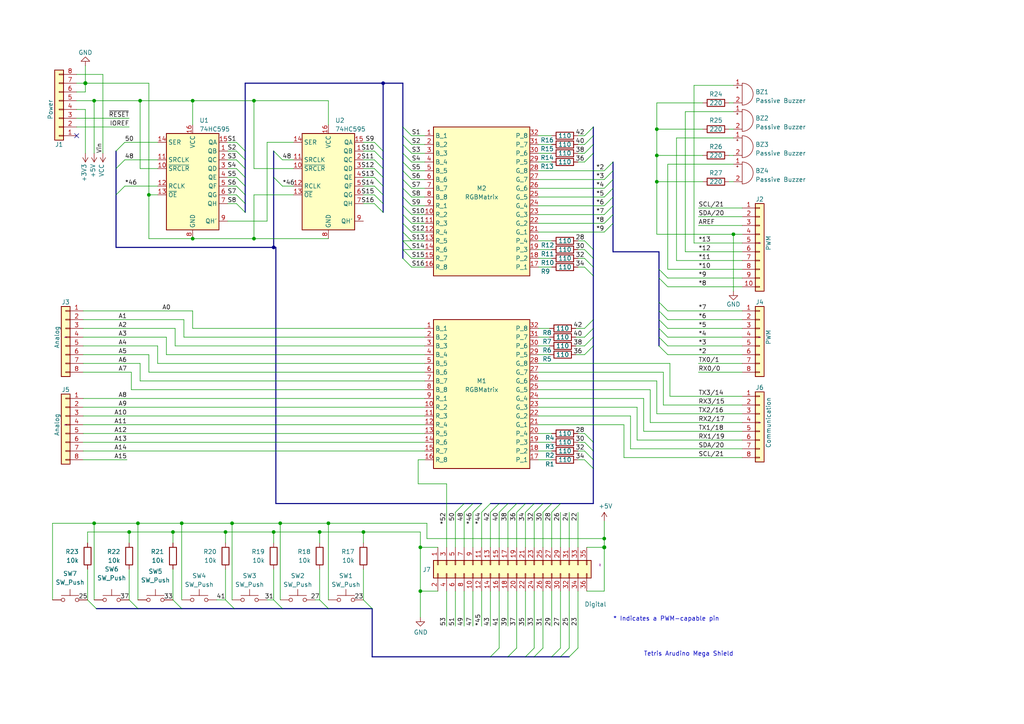
<source format=kicad_sch>
(kicad_sch (version 20230121) (generator eeschema)
  (paper "A4")
  (title_block (date "2023-05-02"))
  (junction (at 55.88 29.21))
  (junction (at 190.5 37.465))
  (junction (at 79.375 71.755))
  (junction (at 40.64 29.21))
  (junction (at 95.25 151.765))
  (junction (at 121.92 158.75))
  (junction (at 73.66 29.21))
  (junction (at 24.765 24.13) (diameter 1.016))
  (junction (at 121.92 171.45))
  (junction (at 79.375 154.305))
  (junction (at 65.405 154.305))
  (junction (at 190.5 45.085))
  (junction (at 37.465 154.305))
  (junction (at 52.705 151.765))
  (junction (at 27.305 151.765))
  (junction (at 111.125 24.13))
  (junction (at 92.71 154.305))
  (junction (at 27.305 29.21))
  (junction (at 105.41 154.305))
  (junction (at 50.165 154.305))
  (junction (at 175.26 156.21))
  (junction (at 212.725 67.945))
  (junction (at 40.005 151.765))
  (junction (at 43.18 56.515))
  (junction (at 190.5 52.705))
  (junction (at 73.66 69.215))
  (junction (at 67.31 151.765))
  (junction (at 175.26 158.75) (diameter 1.016))
  (junction (at 55.88 69.215))
  (junction (at 81.28 151.765))
  (no_connect (at 22.225 39.37))
  (bus_entry (at 79.375 173.99) (size 2.54 2.54))
  (bus_entry (at 175.26 67.31) (size 2.54 -2.54))
  (bus_entry (at 108.585 46.355) (size 2.54 2.54))
  (bus_entry (at 193.675 97.79) (size -2.54 -2.54))
  (bus_entry (at 116.84 44.45) (size 2.54 2.54))
  (bus_entry (at 92.71 173.99) (size 2.54 2.54))
  (bus_entry (at 144.78 146.05) (size -2.54 2.54))
  (bus_entry (at 119.38 49.53) (size -2.54 -2.54))
  (bus_entry (at 105.41 173.99) (size 2.54 2.54))
  (bus_entry (at 169.545 128.27) (size 2.54 2.54))
  (bus_entry (at 134.62 146.05) (size -2.54 2.54))
  (bus_entry (at 119.38 44.45) (size -2.54 -2.54))
  (bus_entry (at 149.86 187.96) (size -2.54 2.54))
  (bus_entry (at 142.24 146.05) (size -2.54 2.54))
  (bus_entry (at 193.675 95.25) (size -2.54 -2.54))
  (bus_entry (at 162.56 146.05) (size -2.54 2.54))
  (bus_entry (at 169.545 77.47) (size 2.54 2.54))
  (bus_entry (at 68.58 51.435) (size 2.54 2.54))
  (bus_entry (at 137.16 146.05) (size -2.54 2.54))
  (bus_entry (at 169.545 97.79) (size 2.54 -2.54))
  (bus_entry (at 175.26 54.61) (size 2.54 -2.54))
  (bus_entry (at 193.675 83.185) (size -2.54 -2.54))
  (bus_entry (at 119.38 54.61) (size -2.54 -2.54))
  (bus_entry (at 33.655 48.895) (size 2.54 -2.54))
  (bus_entry (at 167.64 187.96) (size -2.54 2.54))
  (bus_entry (at 37.465 173.99) (size 2.54 2.54))
  (bus_entry (at 169.545 69.85) (size 2.54 2.54))
  (bus_entry (at 169.545 100.33) (size 2.54 -2.54))
  (bus_entry (at 108.585 41.275) (size 2.54 2.54))
  (bus_entry (at 65.405 173.99) (size 2.54 2.54))
  (bus_entry (at 193.675 90.17) (size -2.54 -2.54))
  (bus_entry (at 169.545 95.25) (size 2.54 -2.54))
  (bus_entry (at 68.58 43.815) (size 2.54 2.54))
  (bus_entry (at 119.38 41.91) (size -2.54 -2.54))
  (bus_entry (at 157.48 146.05) (size -2.54 2.54))
  (bus_entry (at 119.38 59.69) (size -2.54 -2.54))
  (bus_entry (at 175.26 57.15) (size 2.54 -2.54))
  (bus_entry (at 154.94 146.05) (size -2.54 2.54))
  (bus_entry (at 116.84 69.85) (size 2.54 2.54))
  (bus_entry (at 149.86 146.05) (size -2.54 2.54))
  (bus_entry (at 160.02 146.05) (size -2.54 2.54))
  (bus_entry (at 108.585 53.975) (size 2.54 2.54))
  (bus_entry (at 119.38 52.07) (size -2.54 -2.54))
  (bus_entry (at 193.675 92.71) (size -2.54 -2.54))
  (bus_entry (at 165.1 187.96) (size -2.54 2.54))
  (bus_entry (at 108.585 51.435) (size 2.54 2.54))
  (bus_entry (at 162.56 187.96) (size -2.54 2.54))
  (bus_entry (at 193.675 102.87) (size -2.54 -2.54))
  (bus_entry (at 33.655 43.815) (size 2.54 -2.54))
  (bus_entry (at 175.26 52.07) (size 2.54 -2.54))
  (bus_entry (at 152.4 146.05) (size -2.54 2.54))
  (bus_entry (at 68.58 46.355) (size 2.54 2.54))
  (bus_entry (at 108.585 43.815) (size 2.54 2.54))
  (bus_entry (at 116.84 72.39) (size 2.54 2.54))
  (bus_entry (at 175.26 64.77) (size 2.54 -2.54))
  (bus_entry (at 119.38 67.31) (size -2.54 -2.54))
  (bus_entry (at 108.585 56.515) (size 2.54 2.54))
  (bus_entry (at 169.545 125.73) (size 2.54 2.54))
  (bus_entry (at 169.545 133.35) (size 2.54 2.54))
  (bus_entry (at 68.58 53.975) (size 2.54 2.54))
  (bus_entry (at 175.26 59.69) (size 2.54 -2.54))
  (bus_entry (at 68.58 48.895) (size 2.54 2.54))
  (bus_entry (at 193.675 80.645) (size -2.54 -2.54))
  (bus_entry (at 108.585 48.895) (size 2.54 2.54))
  (bus_entry (at 154.94 187.96) (size -2.54 2.54))
  (bus_entry (at 147.32 146.05) (size -2.54 2.54))
  (bus_entry (at 119.38 39.37) (size -2.54 -2.54))
  (bus_entry (at 68.58 56.515) (size 2.54 2.54))
  (bus_entry (at 175.26 49.53) (size 2.54 -2.54))
  (bus_entry (at 157.48 187.96) (size -2.54 2.54))
  (bus_entry (at 68.58 41.275) (size 2.54 2.54))
  (bus_entry (at 169.545 102.87) (size 2.54 -2.54))
  (bus_entry (at 139.7 146.05) (size -2.54 2.54))
  (bus_entry (at 169.545 41.91) (size 2.54 -2.54))
  (bus_entry (at 81.915 46.355) (size -2.54 -2.54))
  (bus_entry (at 169.545 44.45) (size 2.54 -2.54))
  (bus_entry (at 81.915 53.975) (size -2.54 -2.54))
  (bus_entry (at 169.545 72.39) (size 2.54 2.54))
  (bus_entry (at 144.78 187.96) (size -2.54 2.54))
  (bus_entry (at 116.84 74.93) (size 2.54 2.54))
  (bus_entry (at 68.58 59.055) (size 2.54 2.54))
  (bus_entry (at 119.38 57.15) (size -2.54 -2.54))
  (bus_entry (at 169.545 46.99) (size 2.54 -2.54))
  (bus_entry (at 119.38 62.23) (size -2.54 -2.54))
  (bus_entry (at 33.655 56.515) (size 2.54 -2.54))
  (bus_entry (at 116.84 67.31) (size 2.54 2.54))
  (bus_entry (at 119.38 64.77) (size -2.54 -2.54))
  (bus_entry (at 50.165 173.99) (size 2.54 2.54))
  (bus_entry (at 25.4 173.99) (size 2.54 2.54))
  (bus_entry (at 108.585 59.055) (size 2.54 2.54))
  (bus_entry (at 193.675 100.33) (size -2.54 -2.54))
  (bus_entry (at 169.545 39.37) (size 2.54 -2.54))
  (bus_entry (at 169.545 130.81) (size 2.54 2.54))
  (bus_entry (at 175.26 62.23) (size 2.54 -2.54))
  (bus_entry (at 169.545 74.93) (size 2.54 2.54))
  (wire (pts (xy 81.28 151.765) (xy 95.25 151.765)))
  (wire (pts (xy 215.265 107.95) (xy 202.565 107.95)))
  (wire (pts (xy 36.195 53.975) (xy 45.72 53.975)))
  (bus (pts (xy 172.085 95.25) (xy 172.085 97.79)))
  (wire (pts (xy 55.88 29.21) (xy 73.66 29.21)))
  (bus (pts (xy 111.125 53.975) (xy 111.125 56.515)))
  (wire (pts (xy 190.5 45.085) (xy 203.835 45.085)))
  (wire (pts (xy 66.04 51.435) (xy 68.58 51.435)))
  (wire (pts (xy 129.54 171.45) (xy 129.54 181.61)))
  (wire (pts (xy 38.1 107.95) (xy 24.13 107.95)))
  (bus (pts (xy 116.84 39.37) (xy 116.84 36.83)))
  (bus (pts (xy 52.705 176.53) (xy 67.945 176.53)))
  (wire (pts (xy 193.675 78.105) (xy 215.265 78.105)))
  (wire (pts (xy 144.78 148.59) (xy 144.78 158.75)))
  (wire (pts (xy 105.41 48.895) (xy 108.585 48.895)))
  (wire (pts (xy 167.005 95.25) (xy 169.545 95.25)))
  (wire (pts (xy 40.64 29.21) (xy 40.64 48.895)))
  (wire (pts (xy 121.92 154.305) (xy 121.92 158.75)))
  (wire (pts (xy 215.265 60.325) (xy 202.565 60.325)))
  (wire (pts (xy 37.465 165.1) (xy 37.465 173.99)))
  (bus (pts (xy 172.085 97.79) (xy 172.085 100.33)))
  (wire (pts (xy 147.32 148.59) (xy 147.32 158.75)))
  (bus (pts (xy 116.84 46.99) (xy 116.84 44.45)))
  (bus (pts (xy 79.375 43.815) (xy 79.375 51.435)))
  (wire (pts (xy 119.38 62.23) (xy 123.19 62.23)))
  (wire (pts (xy 175.26 158.75) (xy 175.26 171.45)))
  (wire (pts (xy 105.41 59.055) (xy 108.585 59.055)))
  (wire (pts (xy 37.465 34.29) (xy 22.225 34.29)))
  (bus (pts (xy 111.125 56.515) (xy 111.125 59.055)))
  (wire (pts (xy 105.41 56.515) (xy 108.585 56.515)))
  (wire (pts (xy 127 158.75) (xy 121.92 158.75)))
  (wire (pts (xy 66.04 43.815) (xy 68.58 43.815)))
  (bus (pts (xy 116.84 59.69) (xy 116.84 57.15)))
  (wire (pts (xy 22.225 21.59) (xy 29.845 21.59)))
  (wire (pts (xy 119.38 52.07) (xy 123.19 52.07)))
  (wire (pts (xy 190.5 120.015) (xy 215.265 120.015)))
  (wire (pts (xy 119.38 59.69) (xy 123.19 59.69)))
  (wire (pts (xy 156.21 77.47) (xy 160.02 77.47)))
  (wire (pts (xy 24.13 102.87) (xy 43.18 102.87)))
  (wire (pts (xy 105.41 53.975) (xy 108.585 53.975)))
  (bus (pts (xy 111.125 24.13) (xy 116.84 24.13)))
  (wire (pts (xy 77.47 41.275) (xy 85.09 41.275)))
  (wire (pts (xy 27.305 44.45) (xy 27.305 29.21)))
  (wire (pts (xy 50.165 154.305) (xy 50.165 157.48)))
  (wire (pts (xy 132.08 148.59) (xy 132.08 158.75)))
  (wire (pts (xy 167.64 133.35) (xy 169.545 133.35)))
  (wire (pts (xy 66.04 64.135) (xy 77.47 64.135)))
  (wire (pts (xy 52.705 151.765) (xy 67.31 151.765)))
  (wire (pts (xy 55.88 95.25) (xy 123.19 95.25)))
  (bus (pts (xy 149.86 146.05) (xy 152.4 146.05)))
  (wire (pts (xy 73.66 29.21) (xy 95.25 29.21)))
  (wire (pts (xy 175.26 64.77) (xy 156.21 64.77)))
  (bus (pts (xy 111.125 43.815) (xy 111.125 24.13)))
  (wire (pts (xy 95.25 151.765) (xy 95.25 173.99)))
  (wire (pts (xy 156.21 59.69) (xy 175.26 59.69)))
  (bus (pts (xy 116.84 62.23) (xy 116.84 59.69)))
  (bus (pts (xy 177.8 57.15) (xy 177.8 59.69)))
  (bus (pts (xy 162.56 146.05) (xy 172.085 146.05)))
  (wire (pts (xy 184.785 127.635) (xy 184.785 118.11)))
  (wire (pts (xy 180.975 123.19) (xy 156.21 123.19)))
  (bus (pts (xy 172.085 130.81) (xy 172.085 133.35)))
  (wire (pts (xy 50.165 154.305) (xy 65.405 154.305)))
  (wire (pts (xy 156.21 133.35) (xy 160.02 133.35)))
  (bus (pts (xy 191.135 73.025) (xy 177.8 73.025)))
  (wire (pts (xy 142.24 148.59) (xy 142.24 158.75)))
  (wire (pts (xy 193.675 102.87) (xy 215.265 102.87)))
  (bus (pts (xy 191.135 92.71) (xy 191.135 90.17)))
  (wire (pts (xy 193.675 100.33) (xy 215.265 100.33)))
  (wire (pts (xy 167.64 39.37) (xy 169.545 39.37)))
  (wire (pts (xy 73.66 56.515) (xy 85.09 56.515)))
  (wire (pts (xy 105.41 154.305) (xy 121.92 154.305)))
  (bus (pts (xy 172.085 100.33) (xy 172.085 128.27)))
  (bus (pts (xy 71.12 46.355) (xy 71.12 48.895)))
  (wire (pts (xy 167.64 77.47) (xy 169.545 77.47)))
  (bus (pts (xy 191.135 73.025) (xy 191.135 78.105)))
  (bus (pts (xy 191.135 100.33) (xy 191.135 97.79)))
  (bus (pts (xy 191.135 87.63) (xy 191.135 80.645)))
  (wire (pts (xy 212.725 24.765) (xy 201.295 24.765)))
  (bus (pts (xy 191.135 80.645) (xy 191.135 78.105)))
  (wire (pts (xy 192.405 117.475) (xy 192.405 107.95)))
  (bus (pts (xy 107.95 190.5) (xy 107.95 176.53)))
  (bus (pts (xy 79.375 51.435) (xy 79.375 71.755)))
  (bus (pts (xy 177.8 62.23) (xy 177.8 64.77)))
  (bus (pts (xy 40.005 176.53) (xy 52.705 176.53)))
  (bus (pts (xy 147.32 146.05) (xy 149.86 146.05)))
  (wire (pts (xy 119.38 39.37) (xy 123.19 39.37)))
  (wire (pts (xy 91.44 173.99) (xy 92.71 173.99)))
  (bus (pts (xy 172.085 128.27) (xy 172.085 130.81)))
  (wire (pts (xy 211.455 52.705) (xy 212.725 52.705)))
  (wire (pts (xy 66.04 48.895) (xy 68.58 48.895)))
  (bus (pts (xy 71.12 51.435) (xy 71.12 53.975)))
  (wire (pts (xy 201.295 70.485) (xy 215.265 70.485)))
  (bus (pts (xy 172.085 77.47) (xy 172.085 80.01)))
  (bus (pts (xy 134.62 146.05) (xy 137.16 146.05)))
  (wire (pts (xy 37.465 154.305) (xy 50.165 154.305)))
  (wire (pts (xy 25.4 154.305) (xy 25.4 157.48)))
  (wire (pts (xy 22.225 24.13) (xy 24.765 24.13)))
  (wire (pts (xy 73.66 56.515) (xy 73.66 69.215)))
  (wire (pts (xy 22.225 29.21) (xy 27.305 29.21)))
  (wire (pts (xy 123.825 156.21) (xy 175.26 156.21)))
  (wire (pts (xy 156.21 46.99) (xy 160.02 46.99)))
  (wire (pts (xy 193.675 90.17) (xy 215.265 90.17)))
  (wire (pts (xy 55.88 69.215) (xy 73.66 69.215)))
  (bus (pts (xy 71.12 48.895) (xy 71.12 51.435)))
  (wire (pts (xy 198.755 73.025) (xy 215.265 73.025)))
  (wire (pts (xy 24.13 130.81) (xy 123.19 130.81)))
  (wire (pts (xy 180.975 132.715) (xy 180.975 123.19)))
  (bus (pts (xy 154.94 146.05) (xy 157.48 146.05)))
  (bus (pts (xy 71.12 53.975) (xy 71.12 56.515)))
  (bus (pts (xy 116.84 41.91) (xy 116.84 39.37)))
  (bus (pts (xy 81.915 176.53) (xy 95.25 176.53)))
  (wire (pts (xy 66.04 53.975) (xy 68.58 53.975)))
  (wire (pts (xy 24.765 26.67) (xy 24.765 24.13)))
  (wire (pts (xy 156.21 69.85) (xy 160.02 69.85)))
  (wire (pts (xy 193.675 47.625) (xy 193.675 78.105)))
  (wire (pts (xy 156.21 130.81) (xy 160.02 130.81)))
  (wire (pts (xy 184.785 127.635) (xy 215.265 127.635)))
  (wire (pts (xy 156.21 39.37) (xy 160.02 39.37)))
  (bus (pts (xy 80.01 71.755) (xy 80.01 146.05)))
  (wire (pts (xy 43.18 56.515) (xy 45.72 56.515)))
  (bus (pts (xy 191.135 97.79) (xy 191.135 95.25)))
  (bus (pts (xy 116.84 72.39) (xy 116.84 74.93)))
  (bus (pts (xy 116.84 64.77) (xy 116.84 67.31)))
  (wire (pts (xy 184.785 118.11) (xy 156.21 118.11)))
  (wire (pts (xy 160.02 148.59) (xy 160.02 158.75)))
  (bus (pts (xy 144.78 146.05) (xy 147.32 146.05)))
  (wire (pts (xy 154.94 148.59) (xy 154.94 158.75)))
  (wire (pts (xy 105.41 43.815) (xy 108.585 43.815)))
  (wire (pts (xy 119.38 57.15) (xy 123.19 57.15)))
  (wire (pts (xy 119.38 64.77) (xy 123.19 64.77)))
  (wire (pts (xy 119.38 69.85) (xy 116.84 69.85)))
  (wire (pts (xy 175.26 67.31) (xy 156.21 67.31)))
  (wire (pts (xy 137.16 148.59) (xy 137.16 158.75)))
  (wire (pts (xy 127 171.45) (xy 121.92 171.45)))
  (bus (pts (xy 172.085 72.39) (xy 172.085 74.93)))
  (wire (pts (xy 29.845 21.59) (xy 29.845 44.45)))
  (wire (pts (xy 24.13 133.35) (xy 36.83 133.35)))
  (wire (pts (xy 156.21 97.79) (xy 159.385 97.79)))
  (wire (pts (xy 123.19 102.87) (xy 48.26 102.87)))
  (wire (pts (xy 119.38 67.31) (xy 123.19 67.31)))
  (wire (pts (xy 81.915 53.975) (xy 85.09 53.975)))
  (bus (pts (xy 177.8 46.99) (xy 177.8 49.53)))
  (bus (pts (xy 116.84 69.85) (xy 116.84 72.39)))
  (wire (pts (xy 95.25 29.21) (xy 95.25 36.195)))
  (bus (pts (xy 111.125 51.435) (xy 111.125 53.975)))
  (wire (pts (xy 123.825 151.765) (xy 123.825 156.21)))
  (wire (pts (xy 15.24 151.765) (xy 15.24 173.99)))
  (wire (pts (xy 105.41 154.305) (xy 105.41 157.48)))
  (wire (pts (xy 167.64 125.73) (xy 169.545 125.73)))
  (wire (pts (xy 157.48 148.59) (xy 157.48 158.75)))
  (bus (pts (xy 152.4 190.5) (xy 147.32 190.5)))
  (wire (pts (xy 119.38 69.85) (xy 123.19 69.85)))
  (wire (pts (xy 139.7 171.45) (xy 139.7 181.61)))
  (wire (pts (xy 167.64 72.39) (xy 169.545 72.39)))
  (wire (pts (xy 119.38 46.99) (xy 123.19 46.99)))
  (wire (pts (xy 77.47 64.135) (xy 77.47 41.275)))
  (bus (pts (xy 162.56 190.5) (xy 160.02 190.5)))
  (wire (pts (xy 66.04 56.515) (xy 68.58 56.515)))
  (wire (pts (xy 193.675 80.645) (xy 215.265 80.645)))
  (wire (pts (xy 190.5 45.085) (xy 190.5 52.705)))
  (bus (pts (xy 142.24 146.05) (xy 144.78 146.05)))
  (wire (pts (xy 144.78 171.45) (xy 144.78 187.96)))
  (wire (pts (xy 167.64 41.91) (xy 169.545 41.91)))
  (bus (pts (xy 116.84 67.31) (xy 116.84 69.85)))
  (wire (pts (xy 105.41 41.275) (xy 108.585 41.275)))
  (wire (pts (xy 139.7 148.59) (xy 139.7 158.75)))
  (wire (pts (xy 37.465 154.305) (xy 37.465 157.48)))
  (wire (pts (xy 43.18 107.95) (xy 123.19 107.95)))
  (wire (pts (xy 43.18 69.215) (xy 43.18 56.515)))
  (wire (pts (xy 147.32 171.45) (xy 147.32 181.61)))
  (wire (pts (xy 119.38 41.91) (xy 123.19 41.91)))
  (bus (pts (xy 172.085 41.91) (xy 172.085 44.45)))
  (bus (pts (xy 116.84 64.77) (xy 116.84 62.23)))
  (wire (pts (xy 156.21 120.65) (xy 182.88 120.65)))
  (wire (pts (xy 162.56 171.45) (xy 162.56 187.96)))
  (wire (pts (xy 167.64 74.93) (xy 169.545 74.93)))
  (wire (pts (xy 38.1 113.03) (xy 123.19 113.03)))
  (wire (pts (xy 152.4 148.59) (xy 152.4 158.75)))
  (wire (pts (xy 27.305 29.21) (xy 40.64 29.21)))
  (bus (pts (xy 71.12 56.515) (xy 71.12 59.055)))
  (wire (pts (xy 119.38 54.61) (xy 123.19 54.61)))
  (wire (pts (xy 15.24 151.765) (xy 27.305 151.765)))
  (wire (pts (xy 186.69 125.095) (xy 186.69 115.57)))
  (wire (pts (xy 24.13 90.17) (xy 55.88 90.17)))
  (wire (pts (xy 149.86 171.45) (xy 149.86 187.96)))
  (wire (pts (xy 129.54 140.335) (xy 129.54 158.75)))
  (bus (pts (xy 33.655 48.895) (xy 33.655 56.515)))
  (wire (pts (xy 190.5 120.015) (xy 190.5 110.49)))
  (wire (pts (xy 27.305 151.765) (xy 27.305 173.99)))
  (wire (pts (xy 105.41 51.435) (xy 108.585 51.435)))
  (wire (pts (xy 175.26 151.13) (xy 175.26 156.21)))
  (wire (pts (xy 211.455 37.465) (xy 212.725 37.465)))
  (bus (pts (xy 116.84 49.53) (xy 116.84 46.99)))
  (wire (pts (xy 156.21 113.03) (xy 188.595 113.03)))
  (wire (pts (xy 43.18 56.515) (xy 43.18 24.13)))
  (wire (pts (xy 188.595 122.555) (xy 188.595 113.03)))
  (bus (pts (xy 71.12 43.815) (xy 71.12 46.355)))
  (wire (pts (xy 175.26 156.21) (xy 175.26 158.75)))
  (wire (pts (xy 212.725 67.945) (xy 212.725 84.455)))
  (wire (pts (xy 55.88 90.17) (xy 55.88 95.25)))
  (bus (pts (xy 172.085 146.05) (xy 172.085 135.89)))
  (wire (pts (xy 123.19 105.41) (xy 45.72 105.41)))
  (wire (pts (xy 192.405 107.95) (xy 156.21 107.95)))
  (wire (pts (xy 180.975 132.715) (xy 215.265 132.715)))
  (wire (pts (xy 193.675 92.71) (xy 215.265 92.71)))
  (wire (pts (xy 40.64 48.895) (xy 45.72 48.895)))
  (bus (pts (xy 160.02 190.5) (xy 154.94 190.5)))
  (wire (pts (xy 48.26 102.87) (xy 48.26 97.79)))
  (wire (pts (xy 215.265 65.405) (xy 202.565 65.405)))
  (bus (pts (xy 116.84 24.13) (xy 116.84 36.83)))
  (wire (pts (xy 36.195 41.275) (xy 45.72 41.275)))
  (wire (pts (xy 156.21 102.87) (xy 159.385 102.87)))
  (wire (pts (xy 170.18 158.75) (xy 175.26 158.75)))
  (bus (pts (xy 116.84 57.15) (xy 116.84 54.61)))
  (wire (pts (xy 211.455 45.085) (xy 212.725 45.085)))
  (wire (pts (xy 24.13 123.19) (xy 123.19 123.19)))
  (wire (pts (xy 43.18 24.13) (xy 24.765 24.13)))
  (wire (pts (xy 190.5 37.465) (xy 190.5 45.085)))
  (bus (pts (xy 177.8 64.77) (xy 177.8 73.025)))
  (wire (pts (xy 196.215 40.005) (xy 212.725 40.005)))
  (bus (pts (xy 177.8 52.07) (xy 177.8 54.61)))
  (wire (pts (xy 38.1 107.95) (xy 38.1 113.03)))
  (wire (pts (xy 175.26 52.07) (xy 156.21 52.07)))
  (bus (pts (xy 172.085 133.35) (xy 172.085 135.89)))
  (wire (pts (xy 123.19 97.79) (xy 53.34 97.79)))
  (wire (pts (xy 167.005 100.33) (xy 169.545 100.33)))
  (wire (pts (xy 24.13 95.25) (xy 50.8 95.25)))
  (wire (pts (xy 212.725 47.625) (xy 193.675 47.625)))
  (wire (pts (xy 165.1 148.59) (xy 165.1 158.75)))
  (bus (pts (xy 154.94 190.5) (xy 152.4 190.5)))
  (wire (pts (xy 211.455 29.845) (xy 212.725 29.845)))
  (wire (pts (xy 162.56 148.59) (xy 162.56 158.75)))
  (wire (pts (xy 79.375 165.1) (xy 79.375 173.99)))
  (wire (pts (xy 123.19 110.49) (xy 40.64 110.49)))
  (bus (pts (xy 191.135 95.25) (xy 191.135 92.71)))
  (wire (pts (xy 152.4 171.45) (xy 152.4 181.61)))
  (wire (pts (xy 81.28 151.765) (xy 81.28 173.99)))
  (wire (pts (xy 198.755 73.025) (xy 198.755 32.385)))
  (wire (pts (xy 67.31 151.765) (xy 67.31 173.99)))
  (wire (pts (xy 55.88 36.195) (xy 55.88 29.21)))
  (wire (pts (xy 149.86 148.59) (xy 149.86 158.75)))
  (bus (pts (xy 172.085 80.01) (xy 172.085 92.71)))
  (wire (pts (xy 190.5 37.465) (xy 203.835 37.465)))
  (wire (pts (xy 37.465 36.83) (xy 22.225 36.83)))
  (wire (pts (xy 95.25 151.765) (xy 123.825 151.765)))
  (wire (pts (xy 156.21 62.23) (xy 175.26 62.23)))
  (wire (pts (xy 186.69 115.57) (xy 156.21 115.57)))
  (bus (pts (xy 142.24 190.5) (xy 107.95 190.5)))
  (wire (pts (xy 25.4 154.305) (xy 37.465 154.305)))
  (wire (pts (xy 40.64 29.21) (xy 55.88 29.21)))
  (wire (pts (xy 157.48 171.45) (xy 157.48 187.96)))
  (wire (pts (xy 193.675 83.185) (xy 215.265 83.185)))
  (bus (pts (xy 33.655 43.815) (xy 33.655 48.895)))
  (bus (pts (xy 80.01 146.05) (xy 134.62 146.05)))
  (wire (pts (xy 160.02 171.45) (xy 160.02 181.61)))
  (wire (pts (xy 45.72 105.41) (xy 45.72 100.33)))
  (wire (pts (xy 167.005 97.79) (xy 169.545 97.79)))
  (bus (pts (xy 71.12 24.13) (xy 111.125 24.13)))
  (wire (pts (xy 24.13 92.71) (xy 53.34 92.71)))
  (wire (pts (xy 167.64 69.85) (xy 169.545 69.85)))
  (wire (pts (xy 73.66 69.215) (xy 95.25 69.215)))
  (wire (pts (xy 167.64 44.45) (xy 169.545 44.45)))
  (wire (pts (xy 81.915 46.355) (xy 85.09 46.355)))
  (wire (pts (xy 198.755 32.385) (xy 212.725 32.385)))
  (wire (pts (xy 156.21 44.45) (xy 160.02 44.45)))
  (wire (pts (xy 121.285 133.35) (xy 123.19 133.35)))
  (wire (pts (xy 196.215 75.565) (xy 196.215 40.005)))
  (wire (pts (xy 79.375 173.99) (xy 77.47 173.99)))
  (wire (pts (xy 79.375 154.305) (xy 92.71 154.305)))
  (wire (pts (xy 92.71 154.305) (xy 92.71 157.48)))
  (wire (pts (xy 65.405 173.99) (xy 62.865 173.99)))
  (wire (pts (xy 190.5 67.945) (xy 190.5 52.705)))
  (wire (pts (xy 167.64 130.81) (xy 169.545 130.81)))
  (wire (pts (xy 105.41 165.1) (xy 105.41 173.99)))
  (wire (pts (xy 119.38 72.39) (xy 123.19 72.39)))
  (wire (pts (xy 188.595 122.555) (xy 215.265 122.555)))
  (bus (pts (xy 111.125 59.055) (xy 111.125 61.595)))
  (wire (pts (xy 24.13 120.65) (xy 123.19 120.65)))
  (bus (pts (xy 111.125 43.815) (xy 111.125 46.355)))
  (wire (pts (xy 156.21 128.27) (xy 160.02 128.27)))
  (wire (pts (xy 119.38 72.39) (xy 116.84 72.39)))
  (wire (pts (xy 156.21 125.73) (xy 160.02 125.73)))
  (bus (pts (xy 177.8 49.53) (xy 177.8 52.07)))
  (wire (pts (xy 215.265 67.945) (xy 212.725 67.945)))
  (wire (pts (xy 129.54 140.335) (xy 121.285 140.335)))
  (bus (pts (xy 111.125 48.895) (xy 111.125 51.435)))
  (wire (pts (xy 119.38 49.53) (xy 123.19 49.53)))
  (wire (pts (xy 92.71 165.1) (xy 92.71 173.99)))
  (bus (pts (xy 147.32 190.5) (xy 142.24 190.5)))
  (wire (pts (xy 156.21 41.91) (xy 160.02 41.91)))
  (wire (pts (xy 193.675 97.79) (xy 215.265 97.79)))
  (wire (pts (xy 175.26 54.61) (xy 156.21 54.61)))
  (wire (pts (xy 24.13 128.27) (xy 123.19 128.27)))
  (wire (pts (xy 36.195 46.355) (xy 45.72 46.355)))
  (wire (pts (xy 24.765 24.13) (xy 24.765 19.05)))
  (wire (pts (xy 79.375 154.305) (xy 79.375 157.48)))
  (bus (pts (xy 33.655 71.755) (xy 79.375 71.755)))
  (wire (pts (xy 27.305 151.765) (xy 40.005 151.765)))
  (wire (pts (xy 73.66 29.21) (xy 73.66 48.895)))
  (wire (pts (xy 40.005 151.765) (xy 40.005 173.99)))
  (bus (pts (xy 172.085 92.71) (xy 172.085 95.25)))
  (bus (pts (xy 95.25 176.53) (xy 107.95 176.53)))
  (wire (pts (xy 53.34 97.79) (xy 53.34 92.71)))
  (wire (pts (xy 182.88 130.175) (xy 182.88 120.65)))
  (wire (pts (xy 65.405 154.305) (xy 65.405 157.48)))
  (bus (pts (xy 152.4 146.05) (xy 154.94 146.05)))
  (wire (pts (xy 137.16 171.45) (xy 137.16 181.61)))
  (wire (pts (xy 24.13 118.11) (xy 123.19 118.11)))
  (wire (pts (xy 92.71 154.305) (xy 105.41 154.305)))
  (bus (pts (xy 172.085 74.93) (xy 172.085 77.47)))
  (wire (pts (xy 190.5 52.705) (xy 203.835 52.705)))
  (bus (pts (xy 27.94 176.53) (xy 40.005 176.53)))
  (wire (pts (xy 119.38 44.45) (xy 123.19 44.45)))
  (bus (pts (xy 67.945 176.53) (xy 81.915 176.53)))
  (wire (pts (xy 175.26 57.15) (xy 156.21 57.15)))
  (wire (pts (xy 50.8 95.25) (xy 50.8 100.33)))
  (wire (pts (xy 24.13 97.79) (xy 48.26 97.79)))
  (wire (pts (xy 154.94 171.45) (xy 154.94 187.96)))
  (wire (pts (xy 134.62 148.59) (xy 134.62 158.75)))
  (bus (pts (xy 177.8 54.61) (xy 177.8 57.15)))
  (wire (pts (xy 119.38 74.93) (xy 123.19 74.93)))
  (wire (pts (xy 134.62 171.45) (xy 134.62 181.61)))
  (wire (pts (xy 55.88 69.215) (xy 43.18 69.215)))
  (wire (pts (xy 182.88 130.175) (xy 215.265 130.175)))
  (bus (pts (xy 191.135 90.17) (xy 191.135 87.63)))
  (wire (pts (xy 175.26 171.45) (xy 170.18 171.45)))
  (wire (pts (xy 24.765 31.75) (xy 22.225 31.75)))
  (bus (pts (xy 165.1 190.5) (xy 162.56 190.5)))
  (wire (pts (xy 24.13 115.57) (xy 123.19 115.57)))
  (bus (pts (xy 116.84 52.07) (xy 116.84 49.53)))
  (wire (pts (xy 25.4 165.1) (xy 25.4 173.99)))
  (wire (pts (xy 50.165 165.1) (xy 50.165 173.99)))
  (bus (pts (xy 172.085 39.37) (xy 172.085 41.91)))
  (wire (pts (xy 193.675 95.25) (xy 215.265 95.25)))
  (wire (pts (xy 67.31 151.765) (xy 81.28 151.765)))
  (wire (pts (xy 66.04 59.055) (xy 68.58 59.055)))
  (wire (pts (xy 105.41 46.355) (xy 108.585 46.355)))
  (wire (pts (xy 24.765 44.45) (xy 24.765 31.75)))
  (bus (pts (xy 160.02 146.05) (xy 162.56 146.05)))
  (wire (pts (xy 43.18 102.87) (xy 43.18 107.95)))
  (wire (pts (xy 215.265 62.865) (xy 202.565 62.865)))
  (wire (pts (xy 65.405 154.305) (xy 79.375 154.305)))
  (bus (pts (xy 172.085 36.83) (xy 172.085 39.37)))
  (wire (pts (xy 66.04 41.275) (xy 68.58 41.275)))
  (wire (pts (xy 156.21 105.41) (xy 194.31 105.41)))
  (wire (pts (xy 66.04 46.355) (xy 68.58 46.355)))
  (wire (pts (xy 119.38 77.47) (xy 123.19 77.47)))
  (wire (pts (xy 156.21 74.93) (xy 160.02 74.93)))
  (bus (pts (xy 116.84 44.45) (xy 116.84 41.91)))
  (wire (pts (xy 201.295 24.765) (xy 201.295 70.485)))
  (wire (pts (xy 73.66 48.895) (xy 85.09 48.895)))
  (wire (pts (xy 40.005 151.765) (xy 52.705 151.765)))
  (wire (pts (xy 121.285 140.335) (xy 121.285 133.35)))
  (wire (pts (xy 22.225 26.67) (xy 24.765 26.67)))
  (wire (pts (xy 165.1 171.45) (xy 165.1 187.96)))
  (wire (pts (xy 190.5 29.845) (xy 203.835 29.845)))
  (bus (pts (xy 116.84 54.61) (xy 116.84 52.07)))
  (wire (pts (xy 194.31 114.935) (xy 194.31 105.41)))
  (wire (pts (xy 194.31 114.935) (xy 215.265 114.935)))
  (wire (pts (xy 167.64 128.27) (xy 169.545 128.27)))
  (wire (pts (xy 167.64 171.45) (xy 167.64 187.96)))
  (wire (pts (xy 50.8 100.33) (xy 123.19 100.33)))
  (wire (pts (xy 192.405 117.475) (xy 215.265 117.475)))
  (bus (pts (xy 137.16 146.05) (xy 139.7 146.05)))
  (bus (pts (xy 111.125 46.355) (xy 111.125 48.895)))
  (wire (pts (xy 142.24 171.45) (xy 142.24 181.61)))
  (bus (pts (xy 177.8 59.69) (xy 177.8 62.23)))
  (wire (pts (xy 186.69 125.095) (xy 215.265 125.095)))
  (bus (pts (xy 33.655 56.515) (xy 33.655 71.755)))
  (bus (pts (xy 157.48 146.05) (xy 160.02 146.05)))
  (wire (pts (xy 167.64 148.59) (xy 167.64 158.75)))
  (wire (pts (xy 132.08 171.45) (xy 132.08 181.61)))
  (wire (pts (xy 156.21 95.25) (xy 159.385 95.25)))
  (bus (pts (xy 71.12 43.815) (xy 71.12 24.13)))
  (bus (pts (xy 172.085 44.45) (xy 172.085 72.39)))
  (wire (pts (xy 215.265 105.41) (xy 202.565 105.41)))
  (wire (pts (xy 24.13 125.73) (xy 123.19 125.73)))
  (wire (pts (xy 212.725 67.945) (xy 190.5 67.945)))
  (wire (pts (xy 121.92 171.45) (xy 121.92 179.07)))
  (wire (pts (xy 156.21 110.49) (xy 190.5 110.49)))
  (wire (pts (xy 175.26 49.53) (xy 156.21 49.53)))
  (wire (pts (xy 24.13 105.41) (xy 40.64 105.41)))
  (wire (pts (xy 167.64 46.99) (xy 169.545 46.99)))
  (wire (pts (xy 24.13 100.33) (xy 45.72 100.33)))
  (wire (pts (xy 52.705 173.99) (xy 52.705 151.765)))
  (wire (pts (xy 40.64 110.49) (xy 40.64 105.41)))
  (wire (pts (xy 156.21 72.39) (xy 160.02 72.39)))
  (wire (pts (xy 156.21 100.33) (xy 159.385 100.33)))
  (wire (pts (xy 65.405 165.1) (xy 65.405 173.99)))
  (bus (pts (xy 71.12 59.055) (xy 71.12 61.595)))
  (wire (pts (xy 190.5 29.845) (xy 190.5 37.465)))
  (wire (pts (xy 121.92 158.75) (xy 121.92 171.45)))
  (wire (pts (xy 196.215 75.565) (xy 215.265 75.565)))
  (bus (pts (xy 79.375 71.755) (xy 80.01 71.755)))
  (wire (pts (xy 167.005 102.87) (xy 169.545 102.87)))
  (text "* Indicates a PWM-capable pin" (at 177.8 180.34 0) (effects (font (size 1.27 1.27)) (justify left bottom)))
  (text "Tetris Arudino Mega Shield\n" (at 186.69 190.5 0) (effects (font (size 1.27 1.27)) (justify left bottom)))
  (label "A10" (at 36.83 120.65 180))
  (label "RX0{slash}0" (at 202.565 107.95 0))
  (label "A15" (at 36.83 133.35 180))
  (label "42" (at 169.545 39.37 180))
  (label "S12" (at 119.38 67.31 0))
  (label "38" (at 169.545 44.45 180))
  (label "A2" (at 36.83 95.25 180))
  (label "RX2{slash}17" (at 202.565 122.555 0))
  (label "*4" (at 202.565 97.79 0))
  (label "S14" (at 108.585 53.975 180))
  (label "48" (at 81.915 46.355 0))
  (label "S10" (at 119.38 62.23 0))
  (label "S13" (at 108.585 51.435 180))
  (label "30" (at 169.545 72.39 180))
  (label "40" (at 169.545 41.91 180))
  (label "S11" (at 108.5574 46.355 180))
  (label "SDA{slash}20" (at 202.565 130.175 0))
  (label "S6" (at 119.38 52.07 0))
  (label "26" (at 162.56 148.59 270))
  (label "31" (at 157.48 181.61 90))
  (label "22" (at 167.64 148.59 270))
  (label "Vin" (at 29.845 44.45 90))
  (label "31" (at 79.375 173.99 180))
  (label "33" (at 154.94 181.61 90))
  (label "S13" (at 119.38 69.85 0))
  (label "36" (at 149.86 148.59 270))
  (label "*2" (at 202.565 102.87 0))
  (label "S4" (at 119.38 46.99 0))
  (label "TX1{slash}18" (at 202.565 125.095 0))
  (label "*44" (at 139.7 148.59 270))
  (label "A3" (at 36.83 97.79 180))
  (label "S1" (at 68.58 41.275 180))
  (label "*13" (at 202.565 70.485 0))
  (label "42" (at 168.91 95.25 180))
  (label "*52" (at 129.54 148.59 270))
  (label "*12" (at 202.565 73.025 0))
  (label "*46" (at 81.915 53.975 0))
  (label "40" (at 144.78 148.59 270))
  (label "S4" (at 68.5524 48.895 180))
  (label "34" (at 169.545 133.35 180))
  (label "34" (at 169.545 77.47 180))
  (label "S7" (at 119.38 54.61 0))
  (label "38" (at 168.91 100.33 180))
  (label "35" (at 152.4 181.61 90))
  (label "S3" (at 119.38 44.45 0))
  (label "*10" (at 202.565 78.105 0))
  (label "S8" (at 68.58 59.055 180))
  (label "S5" (at 68.58 51.435 180))
  (label "IOREF" (at 37.465 36.83 180))
  (label "S15" (at 108.585 56.515 180))
  (label "S10" (at 108.585 43.815 180))
  (label "S5" (at 119.38 49.53 0))
  (label "27" (at 92.71 173.99 180))
  (label "28" (at 160.02 148.59 270))
  (label "23" (at 167.64 181.61 90))
  (label "S16" (at 119.38 77.47 0))
  (label "50" (at 36.195 41.275 0))
  (label "25" (at 25.4 173.99 180))
  (label "29" (at 160.02 181.61 90))
  (label "A13" (at 36.83 128.27 180))
  (label "S9" (at 119.38 59.69 0))
  (label "41" (at 144.78 181.61 90))
  (label "30" (at 157.48 148.59 270))
  (label "47" (at 137.16 181.61 90))
  (label "34" (at 152.4 148.59 270))
  (label "*45" (at 139.7 181.61 90))
  (label "37" (at 37.465 173.99 180))
  (label "38" (at 147.32 148.59 270))
  (label "28" (at 169.545 125.73 180))
  (label "51" (at 132.08 181.61 90))
  (label "32" (at 169.545 130.81 180))
  (label "S7" (at 68.58 56.515 180))
  (label "*7" (at 202.565 90.17 0))
  (label "SDA{slash}20" (at 202.565 62.865 0))
  (label "S2" (at 119.38 41.91 0))
  (label "*8" (at 202.565 83.185 0))
  (label "S15" (at 119.38 74.93 0))
  (label "*5" (at 175.26 57.15 180))
  (label "A9" (at 36.83 118.11 180))
  (label "*9" (at 175.26 67.31 180))
  (label "*4" (at 175.26 54.61 180))
  (label "36" (at 168.91 102.87 180))
  (label "*11" (at 202.565 75.565 0))
  (label "*3" (at 202.565 100.33 0))
  (label "40" (at 168.91 97.79 180))
  (label "*46" (at 36.195 53.975 0))
  (label "A6" (at 36.83 105.41 180))
  (label "23" (at 105.41 173.99 180))
  (label "42" (at 142.24 148.59 270))
  (label "*2" (at 175.26 49.53 180))
  (label "A1" (at 36.83 92.71 180))
  (label "53" (at 129.54 181.61 90))
  (label "TX0{slash}1" (at 202.565 105.41 0))
  (label "32" (at 169.545 74.93 180))
  (label "S8" (at 119.38 57.15 0))
  (label "S14" (at 119.38 72.39 0))
  (label "24" (at 165.1 148.59 270))
  (label "*3" (at 175.26 52.07 180))
  (label "S6" (at 68.58 53.975 180))
  (label "RX1{slash}19" (at 202.565 127.635 0))
  (label "A0" (at 49.53 90.17 180))
  (label "AREF" (at 202.565 65.405 0))
  (label "S2" (at 68.58 43.815 180))
  (label "A14" (at 36.83 130.81 180))
  (label "39" (at 147.32 181.61 90))
  (label "A8" (at 36.83 115.57 180))
  (label "28" (at 169.545 69.85 180))
  (label "30" (at 169.545 128.27 180))
  (label "*8" (at 175.26 64.77 180))
  (label "S3" (at 68.5524 46.355 180))
  (label "27" (at 162.56 181.61 90))
  (label "37" (at 149.86 181.61 90))
  (label "25" (at 165.1 181.61 90))
  (label "*6" (at 202.565 92.71 0))
  (label "*46" (at 137.16 148.59 270))
  (label "SCL{slash}21" (at 202.565 60.325 0))
  (label "*9" (at 202.565 80.645 0))
  (label "50" (at 132.08 148.59 270))
  (label "TX2{slash}16" (at 202.565 120.015 0))
  (label "S9" (at 108.585 41.275 180))
  (label "*6" (at 175.26 59.69 180))
  (label "33" (at 50.165 173.99 180))
  (label "*5" (at 202.565 95.25 0))
  (label "S12" (at 108.5574 48.895 180))
  (label "48" (at 36.195 46.355 0))
  (label "S11" (at 119.38 64.77 0))
  (label "A7" (at 36.83 107.95 180))
  (label "A11" (at 36.83 123.19 180))
  (label "A4" (at 36.83 100.33 180))
  (label "S16" (at 108.585 59.055 180))
  (label "49" (at 134.62 181.61 90))
  (label "A5" (at 36.83 102.87 180))
  (label "RX3{slash}15" (at 202.565 117.475 0))
  (label "41" (at 65.405 173.99 180))
  (label "TX3{slash}14" (at 202.565 114.935 0))
  (label "~{RESET}" (at 37.465 34.29 180))
  (label "S1" (at 119.38 39.37 0))
  (label "32" (at 154.94 148.59 270))
  (label "43" (at 142.24 181.61 90))
  (label "*7" (at 175.26 62.23 180))
  (label "36" (at 169.545 46.99 180))
  (label "A12" (at 36.83 125.73 180))
  (label "SCL{slash}21" (at 202.565 132.715 0))
  (label "48" (at 134.62 148.59 270))
  (symbol (lib_id "Connector_Generic:Conn_01x10") (at 220.345 70.485 0) (unit 1)
    (property "Reference" "J2" (at 220.345 57.785 0))
    (property "Value" "PWM" (at 222.885 70.485 90))
    (property "Footprint" "Connector_PinHeader_2.54mm:PinHeader_1x10_P2.54mm_Vertical" (effects hide))
    (property "Datasheet" "~" (at 220.345 70.485 0))
  )
  (symbol (lib_id "power:GND") (at 212.725 84.455 0) (mirror y) (unit 1)
    (property "Reference" "#PWR05" (effects hide))
    (property "Value" "GND" (at 212.725 88.265 0))
  )
  (symbol (lib_id "Connector_Generic:Conn_01x08") (at 19.05 97.79 0) (mirror y) (unit 1)
    (property "Reference" "J3" (at 19.05 87.63 0))
    (property "Value" "Analog" (at 16.51 97.79 90))
    (property "Footprint" "Connector_PinHeader_2.54mm:PinHeader_1x08_P2.54mm_Vertical" (effects hide))
    (property "Datasheet" "~" (at 19.05 97.79 0))
  )
  (symbol (lib_id "Connector_Generic:Conn_01x08") (at 220.345 97.79 0) (unit 1)
    (property "Reference" "J4" (at 220.345 87.63 0))
    (property "Value" "PWM" (at 222.885 97.79 90))
    (property "Footprint" "Connector_PinHeader_2.54mm:PinHeader_1x08_P2.54mm_Vertical" (effects hide))
    (property "Datasheet" "~" (at 220.345 97.79 0))
  )
  (symbol (lib_id "Connector_Generic:Conn_01x08") (at 19.05 123.19 0) (mirror y) (unit 1)
    (property "Reference" "J5" (at 19.05 113.03 0))
    (property "Value" "Analog" (at 16.51 123.19 90))
    (property "Footprint" "Connector_PinHeader_2.54mm:PinHeader_1x08_P2.54mm_Vertical" (effects hide))
    (property "Datasheet" "~" (at 19.05 123.19 0))
  )
  (symbol (lib_id "Connector_Generic:Conn_01x08") (at 220.345 122.555 0) (unit 1)
    (property "Reference" "J6" (at 220.345 112.395 0))
    (property "Value" "Communication" (at 222.885 122.555 90))
    (property "Footprint" "Connector_PinHeader_2.54mm:PinHeader_1x08_P2.54mm_Vertical" (effects hide))
    (property "Datasheet" "~" (at 220.345 122.555 0))
  )
  (symbol (lib_id "Connector_Generic:Conn_02x18_Odd_Even") (at 147.32 163.83 90) (mirror x) (unit 1)
    (property "Reference" "J7" (at 124.9679 165.2206 90) (effects (justify left)))
    (property "Value" "Digital" (at 172.72 175.26 90))
    (property "Footprint" "Connector_PinHeader_2.54mm:PinHeader_2x18_P2.54mm_Vertical" (effects hide))
    (property "Datasheet" "~" (at 173.99 163.83 0))
  )
  (symbol (lib_id "power:GND") (at 121.92 179.07 0) (unit 1)
    (property "Reference" "#PWR07" (effects hide))
    (property "Value" "GND" (at 122.0343 183.3944 0))
  )
  (symbol (lib_id "power:+5V") (at 175.26 151.13 0) (unit 1)
    (property "Reference" "#PWR06" (effects hide))
    (property "Value" "+5V" (at 175.6283 146.8056 0))
  )
  (symbol (lib_id "power:+3V3") (at 24.765 44.45 180) (unit 1)
    (property "Reference" "#PWR03" (effects hide))
    (property "Value" "+3.3V" (at 24.384 47.498 90) (effects (justify left)))
  )
  (symbol (lib_id "Device:Buzzer") (at 215.265 27.305 0) (unit 1)
    (property "Reference" "BZ1" (at 219.075 26.67 0) (effects (justify left)))
    (property "Value" "Passive Buzzer" (at 219.075 29.21 0) (effects (justify left)))
    (property "Footprint" "Buzzer_Beeper:Buzzer_TDK_PS1240P02BT_D12.2mm_H6.5mm" (effects hide))
  )
  (symbol (lib_id "Device:R") (at 163.83 39.37 90) (unit 1)
    (property "Reference" "R16" (at 160.655 40.64 90) (effects (justify left)))
    (property "Value" "110" (at 165.735 39.37 90) (effects (justify left)))
    (property "Footprint" "Resistor_THT:R_Axial_DIN0207_L6.3mm_D2.5mm_P10.16mm_Horizontal" (effects hide))
  )
  (symbol (lib_id "Device:R") (at 163.83 69.85 270) (unit 1)
    (property "Reference" "R12" (at 156.845 71.12 90) (effects (justify left)))
    (property "Value" "110" (at 161.925 69.85 90) (effects (justify left)))
    (property "Footprint" "Resistor_THT:R_Axial_DIN0207_L6.3mm_D2.5mm_P10.16mm_Horizontal" (effects hide))
  )
  (symbol (lib_id "Device:R") (at 207.645 37.465 90) (unit 1)
    (property "Reference" "R25" (at 207.645 34.925 90))
    (property "Value" "220" (at 207.645 37.465 90))
    (property "Footprint" "Resistor_THT:R_Axial_DIN0207_L6.3mm_D2.5mm_P10.16mm_Horizontal" (effects hide))
  )
  (symbol (lib_id "Device:Buzzer") (at 215.265 42.545 0) (unit 1)
    (property "Reference" "BZ3" (at 219.075 41.91 0) (effects (justify left)))
    (property "Value" "Passive Buzzer" (at 219.075 44.45 0) (effects (justify left)))
    (property "Footprint" "Buzzer_Beeper:Buzzer_TDK_PS1240P02BT_D12.2mm_H6.5mm" (effects hide))
  )
  (symbol (lib_id "Device:R") (at 105.41 161.29 0) (mirror y) (unit 1)
    (property "Reference" "R17" (at 102.87 160.02 0) (effects (justify left)))
    (property "Value" "10k" (at 102.87 162.56 0) (effects (justify left)))
    (property "Footprint" "Resistor_THT:R_Axial_DIN0207_L6.3mm_D2.5mm_P10.16mm_Horizontal" (effects hide))
  )
  (symbol (lib_id "Device:R") (at 163.83 41.91 90) (unit 1)
    (property "Reference" "R15" (at 160.655 43.18 90) (effects (justify left)))
    (property "Value" "110" (at 165.735 41.91 90) (effects (justify left)))
    (property "Footprint" "Resistor_THT:R_Axial_DIN0207_L6.3mm_D2.5mm_P10.16mm_Horizontal" (effects hide))
  )
  (symbol (lib_id "Device:R") (at 65.405 161.29 0) (mirror y) (unit 1)
    (property "Reference" "R20" (at 62.865 160.02 0) (effects (justify left)))
    (property "Value" "10k" (at 62.865 162.56 0) (effects (justify left)))
    (property "Footprint" "Resistor_THT:R_Axial_DIN0207_L6.3mm_D2.5mm_P10.16mm_Horizontal" (effects hide))
  )
  (symbol (lib_id "Device:R") (at 79.375 161.29 0) (mirror y) (unit 1)
    (property "Reference" "R19" (at 76.835 160.02 0) (effects (justify left)))
    (property "Value" "10k" (at 76.835 162.56 0) (effects (justify left)))
    (property "Footprint" "Resistor_THT:R_Axial_DIN0207_L6.3mm_D2.5mm_P10.16mm_Horizontal" (effects hide))
  )
  (symbol (lib_id "Device:R") (at 163.195 102.87 90) (unit 1)
    (property "Reference" "R5" (at 160.02 104.14 90) (effects (justify left)))
    (property "Value" "110" (at 165.1 102.87 90) (effects (justify left)))
    (property "Footprint" "Resistor_THT:R_Axial_DIN0207_L6.3mm_D2.5mm_P10.16mm_Horizontal" (effects hide))
  )
  (symbol (lib_id "Device:R") (at 163.83 77.47 270) (unit 1)
    (property "Reference" "R9" (at 156.845 78.74 90) (effects (justify left)))
    (property "Value" "110" (at 161.925 77.47 90) (effects (justify left)))
    (property "Footprint" "Resistor_THT:R_Axial_DIN0207_L6.3mm_D2.5mm_P10.16mm_Horizontal" (effects hide))
  )
  (symbol (lib_id "Device:R") (at 163.195 100.33 90) (unit 1)
    (property "Reference" "R6" (at 160.02 101.6 90) (effects (justify left)))
    (property "Value" "110" (at 165.1 100.33 90) (effects (justify left)))
    (property "Footprint" "Resistor_THT:R_Axial_DIN0207_L6.3mm_D2.5mm_P10.16mm_Horizontal" (effects hide))
  )
  (symbol (lib_id "74xx:74HC595") (at 95.25 51.435 0) (unit 1)
    (property "Reference" "U2" (at 97.2059 34.925 0) (effects (justify left)))
    (property "Value" "74HC595" (at 97.2059 37.465 0) (effects (justify left)))
    (property "Footprint" "Package_DIP:DIP-16_W7.62mm_Socket_LongPads" (effects hide))
    (property "Datasheet" "http://www.ti.com/lit/ds/symlink/sn74hc595.pdf" (effects hide))
  )
  (symbol (lib_id "Device:R") (at 163.83 125.73 270) (unit 1)
    (property "Reference" "R4" (at 158.115 127 90) (effects (justify left)))
    (property "Value" "110" (at 161.925 125.73 90) (effects (justify left)))
    (property "Footprint" "Resistor_THT:R_Axial_DIN0207_L6.3mm_D2.5mm_P10.16mm_Horizontal" (effects hide))
  )
  (symbol (lib_id "Switch:SW_Push") (at 45.085 173.99 0) (mirror y) (unit 1)
    (property "Reference" "SW5" (at 45.085 165.735 0))
    (property "Value" "SW_Push" (at 45.085 168.275 0))
    (property "Footprint" "Button_Switch_THT:SW_PUSH_6mm_H4.3mm" (effects hide))
  )
  (symbol (lib_id "power:GND") (at 24.765 19.05 180) (unit 1)
    (property "Reference" "#PWR04" (effects hide))
    (property "Value" "GND" (at 24.765 15.24 0))
  )
  (symbol (lib_id "Device:R") (at 163.195 97.79 90) (unit 1)
    (property "Reference" "R7" (at 160.02 99.06 90) (effects (justify left)))
    (property "Value" "110" (at 165.1 97.79 90) (effects (justify left)))
    (property "Footprint" "Resistor_THT:R_Axial_DIN0207_L6.3mm_D2.5mm_P10.16mm_Horizontal" (effects hide))
  )
  (symbol (lib_id "74xx:74HC595") (at 55.88 51.435 0) (unit 1)
    (property "Reference" "U1" (at 57.8359 34.925 0) (effects (justify left)))
    (property "Value" "74HC595" (at 57.8359 37.465 0) (effects (justify left)))
    (property "Footprint" "Package_DIP:DIP-16_W7.62mm_Socket_LongPads" (effects hide))
    (property "Datasheet" "http://www.ti.com/lit/ds/symlink/sn74hc595.pdf" (effects hide))
  )
  (symbol (lib_id "Device:Buzzer") (at 215.265 34.925 0) (unit 1)
    (property "Reference" "BZ2" (at 219.075 34.29 0) (effects (justify left)))
    (property "Value" "Passive Buzzer" (at 219.075 36.83 0) (effects (justify left)))
    (property "Footprint" "Buzzer_Beeper:Buzzer_TDK_PS1240P02BT_D12.2mm_H6.5mm" (effects hide))
  )
  (symbol (lib_id "Switch:SW_Push") (at 72.39 173.99 0) (mirror y) (unit 1)
    (property "Reference" "SW3" (at 72.39 167.005 0))
    (property "Value" "SW_Push" (at 72.39 169.545 0))
    (property "Footprint" "Button_Switch_THT:SW_PUSH_6mm_H4.3mm" (effects hide))
  )
  (symbol (lib_id "Device:R") (at 25.4 161.29 0) (mirror x) (unit 1)
    (property "Reference" "R23" (at 22.86 160.02 0) (effects (justify right)))
    (property "Value" "10k" (at 22.86 162.56 0) (effects (justify right)))
    (property "Footprint" "Resistor_THT:R_Axial_DIN0207_L6.3mm_D2.5mm_P10.16mm_Horizontal" (effects hide))
  )
  (symbol (lib_id "Device:R") (at 163.83 74.93 270) (unit 1)
    (property "Reference" "R10" (at 156.845 76.2 90) (effects (justify left)))
    (property "Value" "110" (at 161.925 74.93 90) (effects (justify left)))
    (property "Footprint" "Resistor_THT:R_Axial_DIN0207_L6.3mm_D2.5mm_P10.16mm_Horizontal" (effects hide))
  )
  (symbol (lib_id "Device:R") (at 163.83 128.27 270) (unit 1)
    (property "Reference" "R3" (at 158.115 129.54 90) (effects (justify left)))
    (property "Value" "110" (at 161.925 128.27 90) (effects (justify left)))
    (property "Footprint" "Resistor_THT:R_Axial_DIN0207_L6.3mm_D2.5mm_P10.16mm_Horizontal" (effects hide))
  )
  (symbol (lib_id "Device:R") (at 207.645 29.845 90) (unit 1)
    (property "Reference" "R24" (at 207.645 27.305 90))
    (property "Value" "220" (at 207.645 29.845 90))
    (property "Footprint" "Resistor_THT:R_Axial_DIN0207_L6.3mm_D2.5mm_P10.16mm_Horizontal" (effects hide))
  )
  (symbol (lib_id "power:+5V") (at 27.305 44.45 180) (unit 1)
    (property "Reference" "#PWR02" (effects hide))
    (property "Value" "+5V" (at 26.9494 47.498 90) (effects (justify left)))
  )
  (symbol (lib_id "Device:R") (at 50.165 161.29 0) (mirror y) (unit 1)
    (property "Reference" "R21" (at 47.625 160.02 0) (effects (justify left)))
    (property "Value" "10k" (at 47.625 162.56 0) (effects (justify left)))
    (property "Footprint" "Resistor_THT:R_Axial_DIN0207_L6.3mm_D2.5mm_P10.16mm_Horizontal" (effects hide))
  )
  (symbol (lib_id "Device:R") (at 163.83 46.99 90) (unit 1)
    (property "Reference" "R13" (at 160.655 48.26 90) (effects (justify left)))
    (property "Value" "110" (at 165.735 46.99 90) (effects (justify left)))
    (property "Footprint" "Resistor_THT:R_Axial_DIN0207_L6.3mm_D2.5mm_P10.16mm_Horizontal" (effects hide))
  )
  (symbol (lib_id "Device:Buzzer") (at 215.265 50.165 0) (unit 1)
    (property "Reference" "BZ4" (at 219.075 49.53 0) (effects (justify left)))
    (property "Value" "Passive Buzzer" (at 219.075 52.07 0) (effects (justify left)))
    (property "Footprint" "Buzzer_Beeper:Buzzer_TDK_PS1240P02BT_D12.2mm_H6.5mm" (effects hide))
  )
  (symbol (lib_id "RGBMatrix:RGBMatrix") (at 139.7 58.42 270) (unit 1)
    (property "Reference" "M2" (at 139.7 54.61 90))
    (property "Value" "RGBMatrix" (at 139.7 57.15 90))
    (property "Footprint" "RGBMatrix:RGBMatrix" (effects hide))
  )
  (symbol (lib_id "Device:R") (at 207.645 45.085 90) (unit 1)
    (property "Reference" "R26" (at 207.645 42.545 90))
    (property "Value" "220" (at 207.645 45.085 90))
    (property "Footprint" "Resistor_THT:R_Axial_DIN0207_L6.3mm_D2.5mm_P10.16mm_Horizontal" (effects hide))
  )
  (symbol (lib_id "Device:R") (at 207.645 52.705 90) (unit 1)
    (property "Reference" "R27" (at 207.645 50.165 90))
    (property "Value" "220" (at 207.645 52.705 90))
    (property "Footprint" "Resistor_THT:R_Axial_DIN0207_L6.3mm_D2.5mm_P10.16mm_Horizontal" (effects hide))
  )
  (symbol (lib_id "Device:R") (at 163.83 44.45 90) (unit 1)
    (property "Reference" "R14" (at 160.655 45.72 90) (effects (justify left)))
    (property "Value" "110" (at 165.735 44.45 90) (effects (justify left)))
    (property "Footprint" "Resistor_THT:R_Axial_DIN0207_L6.3mm_D2.5mm_P10.16mm_Horizontal" (effects hide))
  )
  (symbol (lib_id "Device:R") (at 163.83 72.39 270) (unit 1)
    (property "Reference" "R11" (at 156.845 73.66 90) (effects (justify left)))
    (property "Value" "110" (at 161.925 72.39 90) (effects (justify left)))
    (property "Footprint" "Resistor_THT:R_Axial_DIN0207_L6.3mm_D2.5mm_P10.16mm_Horizontal" (effects hide))
  )
  (symbol (lib_id "Switch:SW_Push") (at 20.32 173.99 0) (mirror y) (unit 1)
    (property "Reference" "SW7" (at 20.32 166.37 0))
    (property "Value" "SW_Push" (at 20.32 168.91 0))
    (property "Footprint" "Button_Switch_THT:SW_PUSH_6mm_H4.3mm" (effects hide))
  )
  (symbol (lib_id "RGBMatrix:RGBMatrix") (at 139.7 114.3 270) (unit 1)
    (property "Reference" "M1" (at 139.7 110.49 90))
    (property "Value" "RGBMatrix" (at 139.7 113.03 90))
    (property "Footprint" "RGBMatrix:RGBMatrix" (effects hide))
  )
  (symbol (lib_id "Device:R") (at 163.83 130.81 270) (unit 1)
    (property "Reference" "R2" (at 158.115 132.08 90) (effects (justify left)))
    (property "Value" "110" (at 161.925 130.81 90) (effects (justify left)))
    (property "Footprint" "Resistor_THT:R_Axial_DIN0207_L6.3mm_D2.5mm_P10.16mm_Horizontal" (effects hide))
  )
  (symbol (lib_id "Device:R") (at 163.83 133.35 270) (unit 1)
    (property "Reference" "R1" (at 158.115 134.62 90) (effects (justify left)))
    (property "Value" "110" (at 161.925 133.35 90) (effects (justify left)))
    (property "Footprint" "Resistor_THT:R_Axial_DIN0207_L6.3mm_D2.5mm_P10.16mm_Horizontal" (effects hide))
  )
  (symbol (lib_id "Device:R") (at 92.71 161.29 0) (mirror y) (unit 1)
    (property "Reference" "R18" (at 90.17 160.02 0) (effects (justify left)))
    (property "Value" "10k" (at 90.17 162.56 0) (effects (justify left)))
    (property "Footprint" "Resistor_THT:R_Axial_DIN0207_L6.3mm_D2.5mm_P10.16mm_Horizontal" (effects hide))
  )
  (symbol (lib_id "Connector_Generic:Conn_01x08") (at 17.145 31.75 180) (unit 1)
    (property "Reference" "J1" (at 17.145 41.91 0))
    (property "Value" "Power" (at 14.605 31.75 90))
    (property "Footprint" "Connector_PinHeader_2.54mm:PinHeader_1x08_P2.54mm_Vertical" (effects hide))
  )
  (symbol (lib_id "Device:R") (at 163.195 95.25 90) (unit 1)
    (property "Reference" "R8" (at 160.02 96.52 90) (effects (justify left)))
    (property "Value" "110" (at 165.1 95.25 90) (effects (justify left)))
    (property "Footprint" "Resistor_THT:R_Axial_DIN0207_L6.3mm_D2.5mm_P10.16mm_Horizontal" (effects hide))
  )
  (symbol (lib_id "Device:R") (at 37.465 161.29 0) (mirror x) (unit 1)
    (property "Reference" "R22" (at 34.925 160.02 0) (effects (justify right)))
    (property "Value" "10k" (at 34.925 162.56 0) (effects (justify right)))
    (property "Footprint" "Resistor_THT:R_Axial_DIN0207_L6.3mm_D2.5mm_P10.16mm_Horizontal" (effects hide))
  )
  (symbol (lib_id "Switch:SW_Push") (at 57.785 173.99 0) (mirror y) (unit 1)
    (property "Reference" "SW4" (at 57.785 167.005 0))
    (property "Value" "SW_Push" (at 57.785 169.545 0))
    (property "Footprint" "Button_Switch_THT:SW_PUSH_6mm_H4.3mm" (effects hide))
  )
  (symbol (lib_id "power:VCC") (at 29.845 44.45 180) (unit 1)
    (property "Reference" "#PWR01" (effects hide))
    (property "Value" "VCC" (at 29.464 47.498 90) (effects (justify left)))
  )
  (symbol (lib_id "Switch:SW_Push") (at 32.385 173.99 0) (mirror y) (unit 1)
    (property "Reference" "SW6" (at 32.385 165.1 0))
    (property "Value" "SW_Push" (at 32.385 167.64 0))
    (property "Footprint" "Button_Switch_THT:SW_PUSH_6mm_H4.3mm" (effects hide))
  )
  (symbol (lib_id "Switch:SW_Push") (at 86.36 173.99 0) (mirror y) (unit 1)
    (property "Reference" "SW2" (at 86.36 167.005 0))
    (property "Value" "SW_Push" (at 86.36 169.545 0))
    (property "Footprint" "Button_Switch_THT:SW_PUSH_6mm_H4.3mm" (effects hide))
  )
  (symbol (lib_id "Switch:SW_Push") (at 100.33 173.99 0) (mirror y) (unit 1)
    (property "Reference" "SW1" (at 100.33 167.005 0))
    (property "Value" "SW_Push" (at 100.33 169.545 0))
    (property "Footprint" "Button_Switch_THT:SW_PUSH_6mm_H4.3mm" (effects hide))
  )
)
</source>
